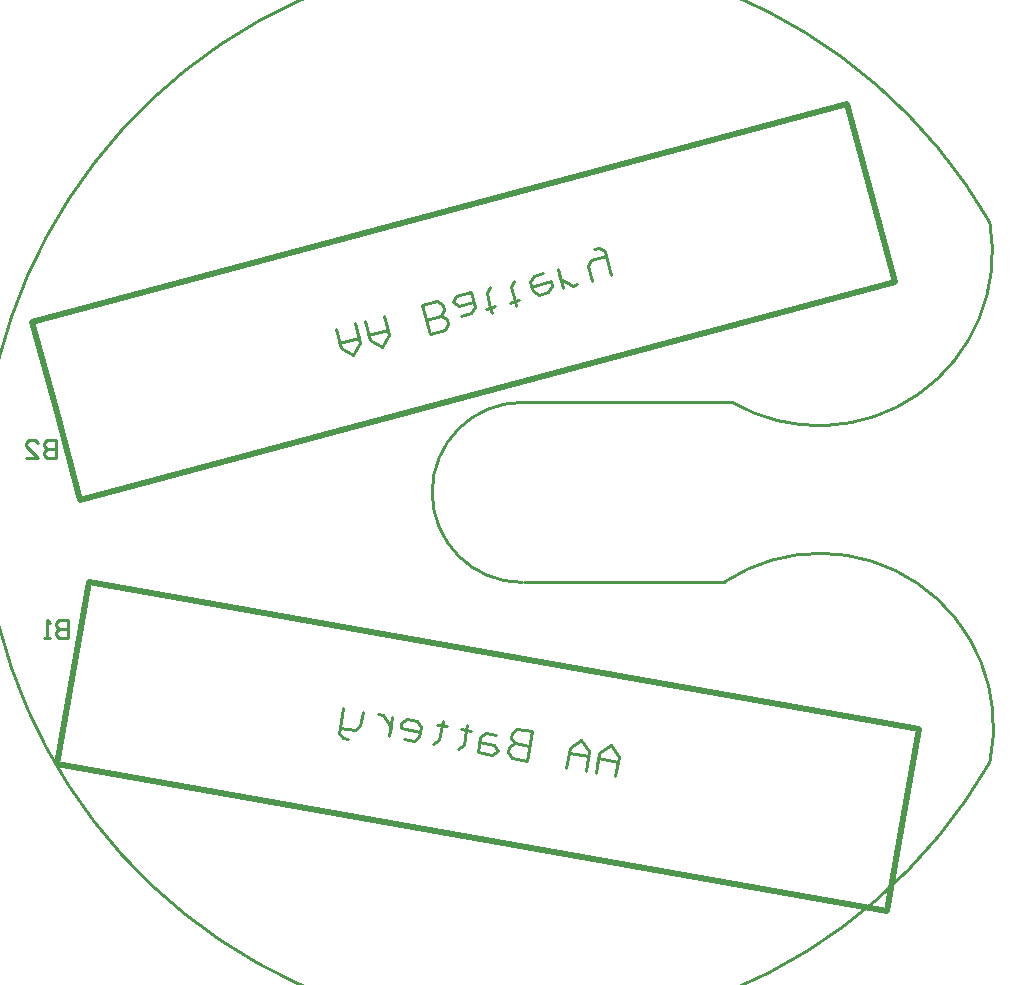
<source format=gbo>
G04*
G04 #@! TF.GenerationSoftware,Altium Limited,Altium Designer,20.2.8 (258)*
G04*
G04 Layer_Color=32896*
%FSLAX24Y24*%
%MOIN*%
G70*
G04*
G04 #@! TF.SameCoordinates,457248F5-DA73-466C-AE77-A18651DC037B*
G04*
G04*
G04 #@! TF.FilePolarity,Positive*
G04*
G01*
G75*
%ADD10C,0.0100*%
%ADD57C,0.0200*%
D10*
X2500Y19800D02*
Y19200D01*
X2200D01*
X2100Y19300D01*
Y19400D01*
X2200Y19500D01*
X2500D01*
X2200D01*
X2100Y19600D01*
Y19700D01*
X2200Y19800D01*
X2500D01*
X1500Y19200D02*
X1900D01*
X1500Y19600D01*
Y19700D01*
X1600Y19800D01*
X1800D01*
X1900Y19700D01*
X11830Y23510D02*
X12003Y22867D01*
X12411Y22631D01*
X12646Y23039D01*
X12474Y23683D01*
X12603Y23200D01*
X11959Y23028D01*
X12796Y23769D02*
X12968Y23125D01*
X13376Y22890D01*
X13612Y23298D01*
X13439Y23942D01*
X13569Y23459D01*
X12925Y23286D01*
X14986Y23321D02*
X14727Y24287D01*
X15210Y24416D01*
X15414Y24298D01*
X15457Y24137D01*
X15339Y23933D01*
X14856Y23804D01*
X15339Y23933D01*
X15543Y23815D01*
X15586Y23654D01*
X15468Y23450D01*
X14986Y23321D01*
X16026Y23945D02*
X16348Y24031D01*
X16466Y24235D01*
X16336Y24718D01*
X15854Y24589D01*
X15736Y24384D01*
X15940Y24267D01*
X16423Y24396D01*
X17035Y24043D02*
X16992Y24204D01*
X16831Y24160D01*
X17153Y24247D01*
X16992Y24204D01*
X16862Y24686D01*
X16980Y24890D01*
X17839Y24258D02*
X17796Y24419D01*
X17635Y24376D01*
X17957Y24462D01*
X17796Y24419D01*
X17667Y24902D01*
X17785Y25106D01*
X18750Y25365D02*
X18428Y25278D01*
X18311Y25074D01*
X18397Y24753D01*
X18601Y24635D01*
X18923Y24721D01*
X19041Y24925D01*
X18998Y25086D01*
X18354Y24913D01*
X19406Y24850D02*
X19233Y25494D01*
X19319Y25172D01*
X19523Y25054D01*
X19728Y24937D01*
X19888Y24980D01*
X20371Y25109D02*
X20242Y25592D01*
X20360Y25796D01*
X20843Y25925D01*
X20799Y26086D01*
X20595Y26204D01*
X20434Y26161D01*
X20843Y25925D02*
X21015Y25282D01*
X2900Y13800D02*
Y13200D01*
X2600D01*
X2500Y13300D01*
Y13400D01*
X2600Y13500D01*
X2900D01*
X2600D01*
X2500Y13600D01*
Y13700D01*
X2600Y13800D01*
X2900D01*
X2300Y13200D02*
X2100D01*
X2200D01*
Y13800D01*
X2300Y13700D01*
X21159Y8584D02*
X21275Y9241D01*
X21005Y9627D01*
X20619Y9356D01*
X20503Y8700D01*
X20590Y9192D01*
X21246Y9076D01*
X20175Y8758D02*
X20290Y9414D01*
X20020Y9800D01*
X19634Y9530D01*
X19518Y8874D01*
X19605Y9366D01*
X20261Y9250D01*
X18379Y10089D02*
X18206Y9105D01*
X17713Y9192D01*
X17578Y9385D01*
X17607Y9549D01*
X17800Y9684D01*
X18292Y9597D01*
X17800Y9684D01*
X17665Y9877D01*
X17694Y10041D01*
X17887Y10176D01*
X18379Y10089D01*
X17173Y9964D02*
X16845Y10022D01*
X16652Y9887D01*
X16565Y9394D01*
X17057Y9308D01*
X17250Y9443D01*
X17115Y9636D01*
X16623Y9722D01*
X16217Y10302D02*
X16188Y10137D01*
X16352Y10109D01*
X16024Y10166D01*
X16188Y10137D01*
X16102Y9645D01*
X15909Y9510D01*
X15397Y10446D02*
X15368Y10282D01*
X15532Y10253D01*
X15204Y10311D01*
X15368Y10282D01*
X15281Y9790D01*
X15088Y9655D01*
X14104Y9828D02*
X14432Y9770D01*
X14625Y9906D01*
X14683Y10234D01*
X14548Y10427D01*
X14219Y10485D01*
X14026Y10349D01*
X13997Y10185D01*
X14654Y10070D01*
X13727Y10571D02*
X13611Y9915D01*
X13669Y10243D01*
X13534Y10436D01*
X13399Y10629D01*
X13235Y10658D01*
X12743Y10745D02*
X12656Y10253D01*
X12463Y10118D01*
X11971Y10204D01*
X11942Y10040D01*
X12077Y9847D01*
X12241Y9818D01*
X11971Y10204D02*
X12086Y10861D01*
X33638Y9050D02*
G03*
X24795Y15065I-5660J1187D01*
G01*
X25050Y21050D02*
G03*
X33638Y27050I2891J5008D01*
G01*
X18050Y21050D02*
G03*
X18050Y15050I0J-3000D01*
G01*
X33638Y27050D02*
G03*
X33638Y9050I-15588J-9000D01*
G01*
X18100Y15050D02*
X24805D01*
X18050Y21050D02*
X25050D01*
D57*
X1727Y23737D02*
X28880Y31012D01*
X2530Y20742D02*
X3322Y17787D01*
X1727Y23737D02*
X2530Y20742D01*
X3322Y17787D02*
X30474Y25062D01*
X29682Y28018D02*
X30474Y25062D01*
X28880Y31012D02*
X29682Y28018D01*
X2537Y8991D02*
X30220Y4110D01*
X30758Y7163D02*
X31289Y10176D01*
X30220Y4110D02*
X30758Y7163D01*
X3607Y15057D02*
X31289Y10176D01*
X3075Y12044D02*
X3607Y15057D01*
X2537Y8991D02*
X3075Y12044D01*
M02*

</source>
